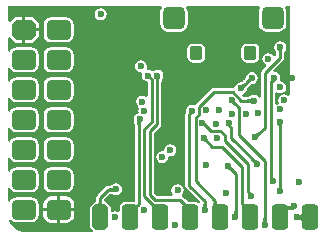
<source format=gbr>
%TF.GenerationSoftware,Altium Limited,Altium Designer,21.2.2 (38)*%
G04 Layer_Physical_Order=4*
G04 Layer_Color=16711680*
%FSLAX45Y45*%
%MOMM*%
%TF.SameCoordinates,9B882A86-BDC0-4CB1-B03D-B9E00FC7DE04*%
%TF.FilePolarity,Positive*%
%TF.FileFunction,Copper,L4,Bot,Signal*%
%TF.Part,Single*%
G01*
G75*
%TA.AperFunction,SMDPad,CuDef*%
G04:AMPARAMS|DCode=14|XSize=1.4mm|YSize=2.2mm|CornerRadius=0.35mm|HoleSize=0mm|Usage=FLASHONLY|Rotation=0.000|XOffset=0mm|YOffset=0mm|HoleType=Round|Shape=RoundedRectangle|*
%AMROUNDEDRECTD14*
21,1,1.40000,1.50000,0,0,0.0*
21,1,0.70000,2.20000,0,0,0.0*
1,1,0.70000,0.35000,-0.75000*
1,1,0.70000,-0.35000,-0.75000*
1,1,0.70000,-0.35000,0.75000*
1,1,0.70000,0.35000,0.75000*
%
%ADD14ROUNDEDRECTD14*%
%TA.AperFunction,Conductor*%
%ADD22C,0.40000*%
%ADD23C,0.25000*%
%TA.AperFunction,ComponentPad*%
G04:AMPARAMS|DCode=25|XSize=1.9mm|YSize=1.9mm|CornerRadius=0.475mm|HoleSize=0mm|Usage=FLASHONLY|Rotation=180.000|XOffset=0mm|YOffset=0mm|HoleType=Round|Shape=RoundedRectangle|*
%AMROUNDEDRECTD25*
21,1,1.90000,0.95000,0,0,180.0*
21,1,0.95000,1.90000,0,0,180.0*
1,1,0.95000,-0.47500,0.47500*
1,1,0.95000,0.47500,0.47500*
1,1,0.95000,0.47500,-0.47500*
1,1,0.95000,-0.47500,-0.47500*
%
%ADD25ROUNDEDRECTD25*%
G04:AMPARAMS|DCode=26|XSize=1.1mm|YSize=1.2mm|CornerRadius=0.275mm|HoleSize=0mm|Usage=FLASHONLY|Rotation=180.000|XOffset=0mm|YOffset=0mm|HoleType=Round|Shape=RoundedRectangle|*
%AMROUNDEDRECTD26*
21,1,1.10000,0.65000,0,0,180.0*
21,1,0.55000,1.20000,0,0,180.0*
1,1,0.55000,-0.27500,0.32500*
1,1,0.55000,0.27500,0.32500*
1,1,0.55000,0.27500,-0.32500*
1,1,0.55000,-0.27500,-0.32500*
%
%ADD26ROUNDEDRECTD26*%
G04:AMPARAMS|DCode=27|XSize=1.7mm|YSize=2.1mm|CornerRadius=0mm|HoleSize=0mm|Usage=FLASHONLY|Rotation=270.000|XOffset=0mm|YOffset=0mm|HoleType=Round|Shape=Octagon|*
%AMOCTAGOND27*
4,1,8,1.05000,0.42500,1.05000,-0.42500,0.62500,-0.85000,-0.62500,-0.85000,-1.05000,-0.42500,-1.05000,0.42500,-0.62500,0.85000,0.62500,0.85000,1.05000,0.42500,0.0*
%
%ADD27OCTAGOND27*%

G04:AMPARAMS|DCode=28|XSize=1.7mm|YSize=2.1mm|CornerRadius=0.425mm|HoleSize=0mm|Usage=FLASHONLY|Rotation=270.000|XOffset=0mm|YOffset=0mm|HoleType=Round|Shape=RoundedRectangle|*
%AMROUNDEDRECTD28*
21,1,1.70000,1.25001,0,0,270.0*
21,1,0.85000,2.10000,0,0,270.0*
1,1,0.85000,-0.62500,-0.42500*
1,1,0.85000,-0.62500,0.42500*
1,1,0.85000,0.62500,0.42500*
1,1,0.85000,0.62500,-0.42500*
%
%ADD28ROUNDEDRECTD28*%
%TA.AperFunction,ViaPad*%
%ADD29C,0.60000*%
%TA.AperFunction,SMDPad,CuDef*%
G04:AMPARAMS|DCode=31|XSize=1.4mm|YSize=2.2mm|CornerRadius=0mm|HoleSize=0mm|Usage=FLASHONLY|Rotation=0.000|XOffset=0mm|YOffset=0mm|HoleType=Round|Shape=Octagon|*
%AMOCTAGOND31*
4,1,8,-0.35000,1.10000,0.35000,1.10000,0.70000,0.75000,0.70000,-0.75000,0.35000,-1.10000,-0.35000,-1.10000,-0.70000,-0.75000,-0.70000,0.75000,-0.35000,1.10000,0.0*
%
%ADD31OCTAGOND31*%

G36*
X2430000Y1206545D02*
X2415000Y1199647D01*
X2403776Y1207147D01*
X2384267Y1211027D01*
X2364758Y1207147D01*
X2348219Y1196096D01*
X2337168Y1179557D01*
X2333287Y1160048D01*
X2337168Y1140539D01*
X2334349Y1133735D01*
X2328435Y1132558D01*
X2318137Y1125677D01*
X2303137Y1133343D01*
Y1221862D01*
X2318137Y1229880D01*
X2327991Y1223296D01*
X2347500Y1219415D01*
X2367009Y1223296D01*
X2383548Y1234347D01*
X2394599Y1250886D01*
X2398480Y1270395D01*
X2394599Y1289904D01*
X2383548Y1306443D01*
X2367009Y1317494D01*
X2357693Y1319347D01*
X2347841Y1329711D01*
X2348073Y1335390D01*
X2350980Y1350000D01*
X2347099Y1369509D01*
X2336048Y1386048D01*
X2319509Y1397099D01*
X2300000Y1400980D01*
X2298820Y1400745D01*
X2291431Y1414569D01*
X2373431Y1496569D01*
X2380614Y1507320D01*
X2383137Y1520000D01*
Y1550054D01*
X2384145Y1552383D01*
X2384221Y1557091D01*
X2384803Y1565200D01*
X2385201Y1567988D01*
X2385694Y1570418D01*
X2386191Y1572223D01*
X2386612Y1573369D01*
X2386798Y1573752D01*
X2387340Y1574376D01*
X2387507Y1574874D01*
X2387581Y1574989D01*
X2387623Y1575223D01*
X2388351Y1577398D01*
X2397099Y1590491D01*
X2400980Y1610000D01*
X2397099Y1629509D01*
X2386048Y1646048D01*
X2369509Y1657099D01*
X2350000Y1660980D01*
X2330491Y1657099D01*
X2313952Y1646048D01*
X2302901Y1629509D01*
X2299021Y1610000D01*
X2302901Y1590491D01*
X2311649Y1577398D01*
X2312377Y1575222D01*
X2312420Y1574989D01*
X2312493Y1574875D01*
X2312660Y1574376D01*
X2313202Y1573752D01*
X2313388Y1573370D01*
X2313809Y1572223D01*
X2314307Y1570418D01*
X2314799Y1567988D01*
X2315198Y1565200D01*
X2315780Y1557091D01*
X2315855Y1552383D01*
X2316864Y1550054D01*
Y1541685D01*
X2308549Y1534971D01*
X2291408Y1538026D01*
X2286048Y1546048D01*
X2269509Y1557099D01*
X2250000Y1560980D01*
X2230491Y1557099D01*
X2213952Y1546048D01*
X2202901Y1529509D01*
X2199020Y1510000D01*
X2202901Y1490491D01*
X2213952Y1473952D01*
X2227095Y1465170D01*
X2231674Y1448536D01*
X2196569Y1413431D01*
X2189386Y1402681D01*
X2186863Y1390000D01*
Y1187664D01*
X2171863Y1183114D01*
X2164222Y1194549D01*
X2147684Y1205600D01*
X2128175Y1209481D01*
X2108666Y1205600D01*
X2095573Y1196852D01*
X2093397Y1196124D01*
X2093164Y1196082D01*
X2093049Y1196008D01*
X2092550Y1195841D01*
X2091927Y1195299D01*
X2091544Y1195113D01*
X2090398Y1194692D01*
X2088592Y1194195D01*
X2086162Y1193703D01*
X2083375Y1193304D01*
X2075266Y1192722D01*
X2070557Y1192647D01*
X2068228Y1191638D01*
X2036973D01*
X2027182Y1203307D01*
X2031275Y1216800D01*
X2037474Y1218033D01*
X2054013Y1229084D01*
X2065064Y1245623D01*
X2067159Y1256156D01*
X2069294Y1259718D01*
X2069450Y1260767D01*
X2069487Y1260895D01*
X2069798Y1261669D01*
X2070474Y1262994D01*
X2071562Y1264789D01*
X2072810Y1266590D01*
X2080523Y1275725D01*
X2083693Y1278988D01*
X2084634Y1281356D01*
X2087765Y1284487D01*
X2089642Y1285067D01*
X2089953Y1285655D01*
X2090576Y1285888D01*
X2097561Y1292391D01*
X2100085Y1294450D01*
X2102428Y1296163D01*
X2104359Y1297393D01*
X2105798Y1298163D01*
X2106577Y1298490D01*
X2107009Y1298487D01*
X2107465Y1298672D01*
X2107986Y1298751D01*
X2108650Y1299153D01*
X2108876Y1299244D01*
X2110000Y1299021D01*
X2129509Y1302901D01*
X2146048Y1313952D01*
X2157099Y1330491D01*
X2160980Y1350000D01*
X2157099Y1369509D01*
X2146048Y1386048D01*
X2129509Y1397099D01*
X2110000Y1400980D01*
X2090491Y1397099D01*
X2073952Y1386048D01*
X2062901Y1369509D01*
X2060806Y1358977D01*
X2058671Y1355416D01*
X2058514Y1354365D01*
X2058479Y1354239D01*
X2058167Y1353464D01*
X2057491Y1352139D01*
X2056405Y1350347D01*
X2055154Y1348542D01*
X2047441Y1339408D01*
X2044271Y1336144D01*
X2043330Y1333777D01*
X2040199Y1330645D01*
X2038322Y1330065D01*
X2038011Y1329477D01*
X2037388Y1329245D01*
X2030403Y1322742D01*
X2027880Y1320682D01*
X2025536Y1318970D01*
X2023605Y1317739D01*
X2022167Y1316970D01*
X2021388Y1316643D01*
X2020955Y1316646D01*
X2020500Y1316461D01*
X2019978Y1316381D01*
X2019314Y1315980D01*
X2019089Y1315888D01*
X2017965Y1316112D01*
X1998456Y1312231D01*
X1981917Y1301180D01*
X1970866Y1284641D01*
X1969000Y1275262D01*
X1966751Y1272164D01*
X1953074Y1264605D01*
X1952748Y1264593D01*
X1947500Y1265637D01*
X1788683D01*
X1776002Y1263114D01*
X1765252Y1255931D01*
X1639122Y1129801D01*
X1631939Y1119052D01*
X1624562Y1121221D01*
X1605053Y1125101D01*
X1585544Y1121221D01*
X1569005Y1110169D01*
X1557954Y1093631D01*
X1554074Y1074122D01*
X1555982Y1064529D01*
X1549386Y1054658D01*
X1546863Y1041977D01*
Y440000D01*
X1549386Y427319D01*
X1556569Y416569D01*
X1669811Y303327D01*
X1669458Y297898D01*
X1659077Y291778D01*
X1652323Y291555D01*
X1644460Y296809D01*
X1623000Y301077D01*
X1581320D01*
X1578870Y301931D01*
X1573398Y304606D01*
X1566849Y308603D01*
X1559593Y313799D01*
X1541855Y328911D01*
X1532042Y338390D01*
X1529689Y339318D01*
X1525576Y343431D01*
X1518956Y347855D01*
X1516476Y361587D01*
X1517058Y365464D01*
X1527099Y380491D01*
X1530980Y400000D01*
X1527099Y419509D01*
X1516048Y436048D01*
X1499509Y447099D01*
X1480000Y450980D01*
X1460491Y447099D01*
X1443952Y436048D01*
X1432901Y419509D01*
X1429021Y400000D01*
X1432901Y380491D01*
X1441156Y368137D01*
X1435194Y353137D01*
X1303726D01*
X1283137Y373725D01*
Y886275D01*
X1333431Y936569D01*
X1340614Y947319D01*
X1343137Y960000D01*
Y1310053D01*
X1344145Y1312381D01*
X1344220Y1317091D01*
X1344802Y1325200D01*
X1345201Y1327988D01*
X1345694Y1330418D01*
X1346191Y1332223D01*
X1346612Y1333369D01*
X1346798Y1333752D01*
X1347340Y1334376D01*
X1347506Y1334874D01*
X1347580Y1334989D01*
X1347623Y1335223D01*
X1348351Y1337398D01*
X1357099Y1350491D01*
X1360979Y1370000D01*
X1357099Y1389509D01*
X1346048Y1406048D01*
X1329509Y1417099D01*
X1310000Y1420980D01*
X1290491Y1417099D01*
X1280957Y1410728D01*
X1266045Y1406045D01*
X1249507Y1417096D01*
X1229998Y1420977D01*
X1228596Y1420698D01*
X1224253Y1424397D01*
X1217765Y1433838D01*
X1220980Y1450000D01*
X1217099Y1469509D01*
X1206048Y1486048D01*
X1189509Y1497099D01*
X1170000Y1500979D01*
X1150491Y1497099D01*
X1133952Y1486048D01*
X1122901Y1469509D01*
X1119020Y1450000D01*
X1122901Y1430491D01*
X1133952Y1413952D01*
X1150491Y1402901D01*
X1170000Y1399020D01*
X1171402Y1399299D01*
X1175744Y1395600D01*
X1182233Y1386160D01*
X1179018Y1369997D01*
X1182899Y1350488D01*
X1193950Y1333949D01*
X1210489Y1322898D01*
X1226863Y1319641D01*
Y1194806D01*
X1211863Y1188844D01*
X1199509Y1197099D01*
X1180000Y1200980D01*
X1160491Y1197099D01*
X1143952Y1186048D01*
X1132901Y1169509D01*
X1129020Y1150000D01*
X1132901Y1130491D01*
X1143952Y1113952D01*
X1148958Y1110607D01*
X1153356Y1090190D01*
X1152901Y1089509D01*
X1149020Y1070000D01*
X1150151Y1064315D01*
X1140491Y1047099D01*
X1123952Y1036048D01*
X1112901Y1019509D01*
X1109020Y1000000D01*
X1112901Y980491D01*
X1113593Y979456D01*
X1113625Y978015D01*
X1113599Y977698D01*
X1113635Y977584D01*
X1113641Y977300D01*
X1113948Y976604D01*
X1114034Y976337D01*
X1114308Y975181D01*
X1114522Y973974D01*
X1115817Y954777D01*
X1115852Y949996D01*
X1116863Y947606D01*
Y302607D01*
X1115000Y301077D01*
X1045000D01*
X1023540Y296809D01*
X1005347Y284653D01*
X993192Y266460D01*
X988923Y245000D01*
Y222167D01*
X973923Y214150D01*
X969509Y217099D01*
X950000Y220979D01*
X931000Y217200D01*
X928321Y216858D01*
X916000Y224988D01*
Y255000D01*
X878918Y292081D01*
X878807Y292350D01*
X878539Y292461D01*
X871000Y300000D01*
X864169D01*
X863151Y302622D01*
X861974Y307226D01*
X861006Y313340D01*
X860375Y320867D01*
X860311Y323449D01*
X906150Y369288D01*
X906435Y369162D01*
X916222Y368930D01*
X919778Y368695D01*
X926555Y367884D01*
X928726Y367471D01*
X930534Y367019D01*
X931715Y366634D01*
X932220Y366419D01*
X933279Y365830D01*
X936698Y365435D01*
X940491Y362901D01*
X960000Y359020D01*
X979509Y362901D01*
X996048Y373952D01*
X1007099Y390491D01*
X1010980Y410000D01*
X1007099Y429509D01*
X996048Y446048D01*
X979509Y457099D01*
X960000Y460980D01*
X940491Y457099D01*
X923952Y446048D01*
X920324Y440619D01*
X920006Y440433D01*
X919403Y440323D01*
X919010Y440070D01*
X918507Y439891D01*
X918092Y439518D01*
X917958Y439455D01*
X916811Y439061D01*
X914901Y438590D01*
X912548Y438187D01*
X904796Y437533D01*
X900166Y437447D01*
X897856Y436440D01*
X897572D01*
X895214Y436779D01*
X894761Y436440D01*
X893303D01*
X880623Y433917D01*
X869872Y426734D01*
X802569Y359431D01*
X795386Y348681D01*
X792864Y336000D01*
Y332499D01*
X791859Y330236D01*
X791625Y320870D01*
X790994Y313338D01*
X790026Y307226D01*
X788849Y302622D01*
X787831Y300000D01*
X781000D01*
X773462Y292461D01*
X773193Y292350D01*
X773082Y292081D01*
X736000Y255000D01*
Y85000D01*
X763198Y57802D01*
X757458Y43944D01*
X200000D01*
X199453Y43836D01*
X159563Y49087D01*
X121882Y64695D01*
X89524Y89524D01*
X64695Y121882D01*
X52544Y151217D01*
X65837Y158323D01*
X72440Y148440D01*
X93114Y134626D01*
X117500Y129776D01*
X242500D01*
X266887Y134626D01*
X287560Y148440D01*
X301374Y169114D01*
X306225Y193500D01*
Y278500D01*
X301374Y302886D01*
X287560Y323560D01*
X266887Y337374D01*
X242500Y342224D01*
X117500D01*
X93114Y337374D01*
X72440Y323560D01*
X58944Y303362D01*
X57655Y303083D01*
X43944Y305857D01*
Y420143D01*
X57655Y422917D01*
X58944Y422638D01*
X72440Y402440D01*
X93114Y388626D01*
X117500Y383776D01*
X242500D01*
X266887Y388626D01*
X287560Y402440D01*
X301374Y423114D01*
X306225Y447500D01*
Y532500D01*
X301374Y556886D01*
X287560Y577560D01*
X266887Y591374D01*
X242500Y596224D01*
X117500D01*
X93114Y591374D01*
X72440Y577560D01*
X58944Y557362D01*
X57655Y557083D01*
X43944Y559857D01*
Y674143D01*
X57655Y676917D01*
X58944Y676638D01*
X72440Y656440D01*
X93114Y642626D01*
X117500Y637776D01*
X242500D01*
X266887Y642626D01*
X287560Y656440D01*
X301374Y677114D01*
X306225Y701500D01*
Y786500D01*
X301374Y810886D01*
X287560Y831560D01*
X266887Y845374D01*
X242500Y850224D01*
X117500D01*
X93114Y845374D01*
X72440Y831560D01*
X58944Y811362D01*
X57655Y811083D01*
X43944Y813857D01*
Y928143D01*
X57655Y930917D01*
X58944Y930638D01*
X72440Y910440D01*
X93114Y896626D01*
X117500Y891776D01*
X242500D01*
X266887Y896626D01*
X287560Y910440D01*
X301374Y931114D01*
X306225Y955500D01*
Y1040500D01*
X301374Y1064886D01*
X287560Y1085560D01*
X266887Y1099374D01*
X242500Y1104224D01*
X117500D01*
X93114Y1099374D01*
X72440Y1085560D01*
X58944Y1065362D01*
X57655Y1065083D01*
X43944Y1067857D01*
Y1182143D01*
X57655Y1184917D01*
X58944Y1184638D01*
X72440Y1164440D01*
X93114Y1150626D01*
X117500Y1145776D01*
X242500D01*
X266887Y1150626D01*
X287560Y1164440D01*
X301374Y1185114D01*
X306225Y1209500D01*
Y1294500D01*
X301374Y1318886D01*
X287560Y1339560D01*
X266887Y1353374D01*
X242500Y1358224D01*
X117500D01*
X93114Y1353374D01*
X72440Y1339560D01*
X58944Y1319362D01*
X57655Y1319083D01*
X43944Y1321857D01*
Y1436143D01*
X57655Y1438917D01*
X58944Y1438638D01*
X72440Y1418440D01*
X93114Y1404626D01*
X117500Y1399776D01*
X242500D01*
X266887Y1404626D01*
X287560Y1418440D01*
X301374Y1439114D01*
X306225Y1463500D01*
Y1548500D01*
X301374Y1572886D01*
X287560Y1593560D01*
X266887Y1607374D01*
X242500Y1612224D01*
X117500D01*
X93114Y1607374D01*
X72440Y1593560D01*
X58944Y1573362D01*
X57655Y1573083D01*
X43944Y1575857D01*
Y1689243D01*
X58944Y1695456D01*
X104800Y1649600D01*
X167300D01*
Y1760000D01*
Y1870400D01*
X104800D01*
X58944Y1824544D01*
X43944Y1830757D01*
Y1956056D01*
X1337853D01*
X1344924Y1942827D01*
X1338917Y1933837D01*
X1333678Y1907500D01*
Y1812500D01*
X1338917Y1786163D01*
X1353835Y1763836D01*
X1376163Y1748917D01*
X1402500Y1743678D01*
X1497500D01*
X1523837Y1748917D01*
X1546164Y1763836D01*
X1561083Y1786163D01*
X1566322Y1812500D01*
Y1907500D01*
X1561083Y1933837D01*
X1555076Y1942827D01*
X1562147Y1956056D01*
X2172853D01*
X2179924Y1942827D01*
X2173917Y1933837D01*
X2168678Y1907500D01*
Y1812500D01*
X2173917Y1786163D01*
X2188836Y1763836D01*
X2211163Y1748917D01*
X2237500Y1743678D01*
X2332500D01*
X2358837Y1748917D01*
X2381164Y1763836D01*
X2396083Y1786163D01*
X2401322Y1812500D01*
Y1907500D01*
X2396083Y1933837D01*
X2390076Y1942827D01*
X2397147Y1956056D01*
X2430000D01*
Y1206545D01*
D02*
G37*
G36*
X2369385Y1586718D02*
X2367940Y1584476D01*
X2366665Y1581850D01*
X2365560Y1578841D01*
X2364625Y1575448D01*
X2363860Y1571671D01*
X2363265Y1567511D01*
X2362585Y1558040D01*
X2362500Y1552728D01*
X2337500D01*
X2337415Y1558040D01*
X2336735Y1567511D01*
X2336140Y1571671D01*
X2335375Y1575448D01*
X2334440Y1578841D01*
X2333335Y1581850D01*
X2332060Y1584476D01*
X2330615Y1586718D01*
X2329000Y1588576D01*
X2371000D01*
X2369385Y1586718D01*
D02*
G37*
G36*
X2107167Y1320134D02*
X2104726Y1320152D01*
X2102131Y1319757D01*
X2099383Y1318949D01*
X2096479Y1317728D01*
X2093422Y1316094D01*
X2090211Y1314047D01*
X2086846Y1311588D01*
X2083326Y1308715D01*
X2075825Y1301732D01*
X2059799Y1321061D01*
X2063495Y1324866D01*
X2072359Y1335363D01*
X2074573Y1338557D01*
X2076416Y1341598D01*
X2077889Y1344487D01*
X2078991Y1347222D01*
X2079723Y1349805D01*
X2080083Y1352236D01*
X2107167Y1320134D01*
D02*
G37*
G36*
X1329385Y1346718D02*
X1327940Y1344476D01*
X1326665Y1341850D01*
X1325560Y1338841D01*
X1324625Y1335448D01*
X1323860Y1331671D01*
X1323265Y1327511D01*
X1322585Y1318040D01*
X1322500Y1312728D01*
X1297500D01*
X1297415Y1318040D01*
X1296735Y1327511D01*
X1296140Y1331671D01*
X1295375Y1335448D01*
X1294440Y1338841D01*
X1293335Y1341850D01*
X1292060Y1344476D01*
X1290615Y1346718D01*
X1289000Y1348576D01*
X1331000D01*
X1329385Y1346718D01*
D02*
G37*
G36*
X2297665Y1320091D02*
X2297406Y1319913D01*
X2296786Y1319365D01*
X2282345Y1305192D01*
X2278839Y1301691D01*
X2261161Y1319368D01*
X2263789Y1322021D01*
X2273325Y1332799D01*
X2273876Y1333739D01*
X2274130Y1334432D01*
X2274088Y1334882D01*
X2297665Y1320091D01*
D02*
G37*
G36*
X2068166Y1294072D02*
X2064470Y1290268D01*
X2055606Y1279770D01*
X2053392Y1276576D01*
X2051549Y1273535D01*
X2050076Y1270646D01*
X2048974Y1267911D01*
X2048242Y1265328D01*
X2047881Y1262898D01*
X2020797Y1294998D01*
X2023238Y1294980D01*
X2025833Y1295376D01*
X2028582Y1296184D01*
X2031485Y1297405D01*
X2034542Y1299039D01*
X2037753Y1301085D01*
X2041119Y1303545D01*
X2044638Y1306417D01*
X2052139Y1313401D01*
X2068166Y1294072D01*
D02*
G37*
G36*
X2106750Y1137501D02*
X2104892Y1139116D01*
X2102650Y1140561D01*
X2100025Y1141836D01*
X2097016Y1142941D01*
X2093623Y1143876D01*
X2089846Y1144641D01*
X2085686Y1145236D01*
X2076214Y1145916D01*
X2070903Y1146001D01*
Y1171001D01*
X2076214Y1171086D01*
X2085686Y1171766D01*
X2089846Y1172361D01*
X2093623Y1173126D01*
X2097016Y1174061D01*
X2100025Y1175166D01*
X2102650Y1176441D01*
X2104892Y1177886D01*
X2106750Y1179501D01*
Y1137501D01*
D02*
G37*
G36*
X1968076Y1159021D02*
X1968702Y1156419D01*
X1969711Y1153665D01*
X1971104Y1150760D01*
X1972881Y1147704D01*
X1975041Y1144497D01*
X1977585Y1141139D01*
X1983825Y1133969D01*
X1987520Y1130157D01*
X1970446Y1111876D01*
X1966626Y1115572D01*
X1959441Y1121766D01*
X1956076Y1124265D01*
X1952863Y1126364D01*
X1949801Y1128063D01*
X1946891Y1129363D01*
X1944133Y1130264D01*
X1941527Y1130765D01*
X1939072Y1130867D01*
X1967835Y1161473D01*
X1968076Y1159021D01*
D02*
G37*
G36*
X1172658Y972801D02*
X1170728Y971623D01*
X1169001Y969981D01*
X1167477Y967873D01*
X1166157Y965301D01*
X1165039Y962264D01*
X1164125Y958761D01*
X1163414Y954794D01*
X1162906Y950363D01*
X1162500Y940105D01*
X1137500Y950157D01*
X1137459Y955587D01*
X1136042Y976597D01*
X1135515Y979571D01*
X1134907Y982135D01*
X1134218Y984290D01*
X1133449Y986035D01*
X1172658Y972801D01*
D02*
G37*
G36*
X1719986Y975169D02*
X1720912Y972674D01*
X1722185Y970017D01*
X1723804Y967197D01*
X1725771Y964214D01*
X1730746Y957762D01*
X1733754Y954293D01*
X1740812Y946866D01*
X1726865Y925457D01*
X1723023Y929162D01*
X1715828Y935256D01*
X1712475Y937646D01*
X1709285Y939597D01*
X1706258Y941109D01*
X1703394Y942184D01*
X1700694Y942820D01*
X1698156Y943017D01*
X1695782Y942777D01*
X1719408Y977501D01*
X1719986Y975169D01*
D02*
G37*
G36*
X2369117Y953601D02*
X2367683Y951349D01*
X2366417Y948715D01*
X2365320Y945699D01*
X2364392Y942300D01*
X2363633Y938519D01*
X2363042Y934355D01*
X2362367Y924881D01*
X2362283Y919571D01*
X2337283Y919372D01*
X2337197Y924684D01*
X2336512Y934153D01*
X2335913Y938310D01*
X2335143Y942082D01*
X2334201Y945469D01*
X2333088Y948471D01*
X2331804Y951088D01*
X2330348Y953320D01*
X2328722Y955166D01*
X2370720Y955470D01*
X2369117Y953601D01*
D02*
G37*
G36*
X2189336Y881658D02*
X2185641Y877843D01*
X2179424Y870665D01*
X2176903Y867302D01*
X2174773Y864090D01*
X2173035Y861030D01*
X2171689Y858121D01*
X2170734Y855363D01*
X2170170Y852756D01*
X2169998Y850300D01*
X2140300Y879998D01*
X2142756Y880170D01*
X2145363Y880734D01*
X2148121Y881689D01*
X2151030Y883035D01*
X2154090Y884773D01*
X2157302Y886903D01*
X2160664Y889424D01*
X2167843Y895641D01*
X2171658Y899336D01*
X2189336Y881658D01*
D02*
G37*
G36*
X1732330Y841150D02*
X1732893Y838543D01*
X1733848Y835785D01*
X1735195Y832875D01*
X1736933Y829815D01*
X1739063Y826604D01*
X1741584Y823241D01*
X1747800Y816063D01*
X1751496Y812247D01*
X1733818Y794570D01*
X1730002Y798265D01*
X1722824Y804482D01*
X1719462Y807003D01*
X1716250Y809132D01*
X1713190Y810870D01*
X1710281Y812217D01*
X1707523Y813172D01*
X1704916Y813735D01*
X1702460Y813907D01*
X1732158Y843606D01*
X1732330Y841150D01*
D02*
G37*
G36*
X2123061Y671298D02*
X2133572Y662468D01*
X2136773Y660276D01*
X2139821Y658461D01*
X2142718Y657022D01*
X2145463Y655958D01*
X2148056Y655271D01*
X2150498Y654959D01*
X2119013Y627162D01*
X2118980Y629610D01*
X2118541Y632212D01*
X2117694Y634966D01*
X2116440Y637873D01*
X2114779Y640933D01*
X2112711Y644146D01*
X2110235Y647512D01*
X2104062Y654702D01*
X2100365Y658526D01*
X2119253Y674993D01*
X2123061Y671298D01*
D02*
G37*
G36*
X1935703Y604334D02*
X1936338Y601732D01*
X1937355Y598979D01*
X1938755Y596075D01*
X1940538Y593020D01*
X1942703Y589814D01*
X1945250Y586457D01*
X1951493Y579288D01*
X1955188Y575477D01*
X1938206Y557105D01*
X1934385Y560801D01*
X1927199Y566992D01*
X1923834Y569487D01*
X1920621Y571581D01*
X1917559Y573275D01*
X1914649Y574568D01*
X1911892Y575460D01*
X1909286Y575952D01*
X1906832Y576044D01*
X1935451Y606784D01*
X1935703Y604334D01*
D02*
G37*
G36*
X2362369Y442058D02*
X2363053Y432589D01*
X2363653Y428432D01*
X2364423Y424660D01*
X2365365Y421273D01*
X2366478Y418271D01*
X2367762Y415654D01*
X2369218Y413422D01*
X2370844Y411576D01*
X2328846Y411272D01*
X2330449Y413141D01*
X2331883Y415393D01*
X2333149Y418027D01*
X2334246Y421043D01*
X2335174Y424442D01*
X2335933Y428223D01*
X2336524Y432386D01*
X2337199Y441860D01*
X2337283Y447171D01*
X2362283Y447370D01*
X2362369Y442058D01*
D02*
G37*
G36*
X943804Y384748D02*
X941736Y385898D01*
X939308Y386928D01*
X936521Y387836D01*
X933375Y388623D01*
X929869Y389289D01*
X921778Y390258D01*
X917194Y390561D01*
X906946Y390803D01*
X900567Y415803D01*
X905909Y415902D01*
X915290Y416693D01*
X919328Y417385D01*
X922931Y418274D01*
X926100Y419362D01*
X928834Y420647D01*
X931134Y422129D01*
X932999Y423810D01*
X934429Y425687D01*
X943804Y384748D01*
D02*
G37*
G36*
X838750Y319691D02*
X839500Y310740D01*
X840750Y302842D01*
X842500Y295998D01*
X844750Y290206D01*
X847500Y285467D01*
X850750Y281782D01*
X854500Y279149D01*
X858750Y277569D01*
X863500Y277043D01*
X788500D01*
X793250Y277569D01*
X797500Y279149D01*
X801250Y281782D01*
X804500Y285467D01*
X807250Y290206D01*
X809500Y295998D01*
X811250Y302842D01*
X812500Y310740D01*
X813250Y319691D01*
X813500Y329695D01*
X838500D01*
X838750Y319691D01*
D02*
G37*
G36*
X2445984Y266130D02*
X2446845Y266110D01*
Y264575D01*
X2459379Y241943D01*
X2446845Y241708D01*
Y241110D01*
X2441083Y241025D01*
X2431590Y240346D01*
X2427859Y239752D01*
X2424805Y238988D01*
X2422428Y238054D01*
X2420728Y236951D01*
X2419705Y235678D01*
X2419359Y234235D01*
X2419690Y232622D01*
X2416332Y241137D01*
X2414873Y241110D01*
X2413576Y248127D01*
X2403234Y274357D01*
X2404256Y272790D01*
X2406019Y271388D01*
X2408525Y270151D01*
X2411773Y269079D01*
X2415763Y268172D01*
X2420495Y267429D01*
X2425154Y267035D01*
X2428726Y267674D01*
X2432023Y268554D01*
X2434791Y269629D01*
X2437032Y270899D01*
X2438744Y272365D01*
X2439928Y274027D01*
X2440583Y275884D01*
X2445984Y266130D01*
D02*
G37*
G36*
X1811010Y304739D02*
X1811976Y293448D01*
X1812820Y289029D01*
X1813905Y285428D01*
X1815232Y282645D01*
X1816800Y280680D01*
X1818610Y279532D01*
X1820660Y279202D01*
X1822952Y279690D01*
X1776694Y262497D01*
X1778441Y265146D01*
X1780005Y268297D01*
X1781384Y271951D01*
X1782579Y276108D01*
X1783591Y280768D01*
X1784419Y285931D01*
X1785522Y297765D01*
X1785890Y311611D01*
X1810890D01*
X1811010Y304739D01*
D02*
G37*
G36*
X1722585Y281960D02*
X1723265Y272489D01*
X1723860Y268329D01*
X1724625Y264552D01*
X1725560Y261159D01*
X1726665Y258150D01*
X1727940Y255524D01*
X1729385Y253282D01*
X1731000Y251424D01*
X1689000D01*
X1690615Y253282D01*
X1692060Y255524D01*
X1693335Y258150D01*
X1694440Y261159D01*
X1695375Y264552D01*
X1696140Y268329D01*
X1696735Y272489D01*
X1697415Y281960D01*
X1697500Y287272D01*
X1722500D01*
X1722585Y281960D01*
D02*
G37*
G36*
X1527301Y312871D02*
X1546246Y296731D01*
X1554891Y290539D01*
X1562985Y285600D01*
X1570528Y281913D01*
X1577519Y279478D01*
X1583958Y278296D01*
X1589846Y278367D01*
X1595183Y279690D01*
X1519018Y250356D01*
X1523354Y252688D01*
X1526227Y255781D01*
X1527638Y259634D01*
X1527586Y264248D01*
X1526071Y269623D01*
X1523094Y275758D01*
X1518654Y282655D01*
X1512752Y290312D01*
X1505387Y298729D01*
X1496559Y307908D01*
X1517002Y322820D01*
X1527301Y312871D01*
D02*
G37*
G36*
X1263468Y304560D02*
X1280929Y289903D01*
X1288755Y284531D01*
X1295977Y280463D01*
X1302596Y277700D01*
X1308612Y276241D01*
X1314024Y276086D01*
X1318833Y277236D01*
X1323038Y279690D01*
X1264310Y232961D01*
X1267519Y236412D01*
X1269337Y240553D01*
X1269765Y245382D01*
X1268803Y250901D01*
X1266450Y257110D01*
X1262707Y264008D01*
X1257573Y271595D01*
X1251049Y279871D01*
X1243135Y288837D01*
X1233830Y298493D01*
X1253833Y313845D01*
X1263468Y304560D01*
D02*
G37*
G36*
X1985000Y225981D02*
X1985077Y220677D01*
X1986234Y206987D01*
X1986928Y203163D01*
X1987776Y199711D01*
X1988779Y196627D01*
X1989936Y193915D01*
X1991247Y191572D01*
X1992712Y189600D01*
X1950858Y193099D01*
X1952595Y194815D01*
X1954150Y196931D01*
X1955521Y199448D01*
X1956709Y202365D01*
X1957715Y205683D01*
X1958537Y209402D01*
X1959177Y213522D01*
X1959634Y218042D01*
X1960000Y228284D01*
X1985000Y225981D01*
D02*
G37*
G36*
X2534310Y190047D02*
X2542361Y190000D01*
Y150000D01*
X2534310Y149740D01*
Y136996D01*
X2533867Y139467D01*
X2532538Y141677D01*
X2530323Y143628D01*
X2527221Y145318D01*
X2523233Y146749D01*
X2518359Y147919D01*
X2512598Y148830D01*
X2505952Y149480D01*
X2490000Y150000D01*
Y190000D01*
X2498419Y190130D01*
X2512598Y191170D01*
X2518359Y192081D01*
X2523233Y193251D01*
X2527221Y194681D01*
X2530323Y196372D01*
X2532538Y198322D01*
X2533867Y200533D01*
X2534310Y203004D01*
Y190047D01*
D02*
G37*
G36*
X2232585Y161960D02*
X2233265Y152489D01*
X2233860Y148329D01*
X2234625Y144552D01*
X2235560Y141159D01*
X2236665Y138150D01*
X2237940Y135524D01*
X2239385Y133282D01*
X2241000Y131424D01*
X2199000D01*
X2200615Y133282D01*
X2202060Y135524D01*
X2203335Y138150D01*
X2204440Y141159D01*
X2205375Y144552D01*
X2206140Y148329D01*
X2206735Y152489D01*
X2207415Y161960D01*
X2207500Y167272D01*
X2232500D01*
X2232585Y161960D01*
D02*
G37*
%LPC*%
G36*
X830000Y1940980D02*
X810491Y1937099D01*
X793952Y1926048D01*
X782901Y1909509D01*
X779021Y1890000D01*
X782901Y1870491D01*
X793952Y1853952D01*
X810491Y1842901D01*
X830000Y1839020D01*
X849509Y1842901D01*
X866048Y1853952D01*
X877099Y1870491D01*
X880980Y1890000D01*
X877099Y1909509D01*
X866048Y1926048D01*
X849509Y1937099D01*
X830000Y1940980D01*
D02*
G37*
G36*
X255200Y1870400D02*
X192700D01*
Y1772700D01*
X310400D01*
Y1815200D01*
X255200Y1870400D01*
D02*
G37*
G36*
X536500Y1866224D02*
X411500D01*
X387114Y1861374D01*
X366440Y1847560D01*
X352626Y1826886D01*
X347776Y1802500D01*
Y1717500D01*
X352626Y1693114D01*
X366440Y1672440D01*
X387114Y1658626D01*
X411500Y1653776D01*
X536500D01*
X560887Y1658626D01*
X581560Y1672440D01*
X595374Y1693114D01*
X600225Y1717500D01*
Y1802500D01*
X595374Y1826886D01*
X581560Y1847560D01*
X560887Y1861374D01*
X536500Y1866224D01*
D02*
G37*
G36*
X310400Y1747300D02*
X192700D01*
Y1649600D01*
X255200D01*
X310400Y1704800D01*
Y1747300D01*
D02*
G37*
G36*
X2125000Y1640931D02*
X2070000D01*
X2051467Y1637244D01*
X2035755Y1626746D01*
X2025256Y1611034D01*
X2021569Y1592500D01*
Y1527500D01*
X2025256Y1508967D01*
X2035755Y1493255D01*
X2051467Y1482756D01*
X2070000Y1479070D01*
X2125000D01*
X2143533Y1482756D01*
X2159245Y1493255D01*
X2169744Y1508967D01*
X2173431Y1527500D01*
Y1592500D01*
X2169744Y1611034D01*
X2159245Y1626746D01*
X2143533Y1637244D01*
X2125000Y1640931D01*
D02*
G37*
G36*
X1665000D02*
X1610000D01*
X1591466Y1637244D01*
X1575755Y1626746D01*
X1565256Y1611034D01*
X1561569Y1592500D01*
Y1527500D01*
X1565256Y1508967D01*
X1575755Y1493255D01*
X1591466Y1482756D01*
X1610000Y1479070D01*
X1665000D01*
X1683533Y1482756D01*
X1699245Y1493255D01*
X1709744Y1508967D01*
X1713430Y1527500D01*
Y1592500D01*
X1709744Y1611034D01*
X1699245Y1626746D01*
X1683533Y1637244D01*
X1665000Y1640931D01*
D02*
G37*
G36*
X536500Y1612224D02*
X411500D01*
X387114Y1607374D01*
X366440Y1593560D01*
X352626Y1572886D01*
X347776Y1548500D01*
Y1463500D01*
X352626Y1439114D01*
X366440Y1418440D01*
X387114Y1404626D01*
X411500Y1399776D01*
X536500D01*
X560887Y1404626D01*
X581560Y1418440D01*
X595374Y1439114D01*
X600225Y1463500D01*
Y1548500D01*
X595374Y1572886D01*
X581560Y1593560D01*
X560887Y1607374D01*
X536500Y1612224D01*
D02*
G37*
G36*
Y1358224D02*
X411500D01*
X387114Y1353374D01*
X366440Y1339560D01*
X352626Y1318886D01*
X347776Y1294500D01*
Y1209500D01*
X352626Y1185114D01*
X366440Y1164440D01*
X387114Y1150626D01*
X411500Y1145776D01*
X536500D01*
X560887Y1150626D01*
X581560Y1164440D01*
X595374Y1185114D01*
X600225Y1209500D01*
Y1294500D01*
X595374Y1318886D01*
X581560Y1339560D01*
X560887Y1353374D01*
X536500Y1358224D01*
D02*
G37*
G36*
Y1104224D02*
X411500D01*
X387114Y1099374D01*
X366440Y1085560D01*
X352626Y1064886D01*
X347776Y1040500D01*
Y955500D01*
X352626Y931114D01*
X366440Y910440D01*
X387114Y896626D01*
X411500Y891776D01*
X536500D01*
X560887Y896626D01*
X581560Y910440D01*
X595374Y931114D01*
X600225Y955500D01*
Y1040500D01*
X595374Y1064886D01*
X581560Y1085560D01*
X560887Y1099374D01*
X536500Y1104224D01*
D02*
G37*
G36*
X1420000Y790980D02*
X1400491Y787099D01*
X1383952Y776048D01*
X1372901Y759509D01*
X1369020Y740000D01*
X1355748Y729836D01*
X1350000Y730979D01*
X1330491Y727099D01*
X1313952Y716048D01*
X1302901Y699509D01*
X1299021Y680000D01*
X1302901Y660491D01*
X1313952Y643952D01*
X1330491Y632901D01*
X1350000Y629020D01*
X1369509Y632901D01*
X1386048Y643952D01*
X1397099Y660491D01*
X1400980Y680000D01*
X1414252Y690164D01*
X1420000Y689020D01*
X1439509Y692901D01*
X1456048Y703952D01*
X1467099Y720491D01*
X1470980Y740000D01*
X1467099Y759509D01*
X1456048Y776048D01*
X1439509Y787099D01*
X1420000Y790980D01*
D02*
G37*
G36*
X536500Y850224D02*
X411500D01*
X387114Y845374D01*
X366440Y831560D01*
X352626Y810886D01*
X347776Y786500D01*
Y701500D01*
X352626Y677114D01*
X366440Y656440D01*
X387114Y642626D01*
X411500Y637776D01*
X536500D01*
X560887Y642626D01*
X581560Y656440D01*
X595374Y677114D01*
X600225Y701500D01*
Y786500D01*
X595374Y810886D01*
X581560Y831560D01*
X560887Y845374D01*
X536500Y850224D01*
D02*
G37*
G36*
Y596224D02*
X411500D01*
X387114Y591374D01*
X366440Y577560D01*
X352626Y556886D01*
X347776Y532500D01*
Y447500D01*
X352626Y423114D01*
X366440Y402440D01*
X387114Y388626D01*
X411500Y383776D01*
X536500D01*
X560887Y388626D01*
X581560Y402440D01*
X595374Y423114D01*
X600225Y447500D01*
Y532500D01*
X595374Y556886D01*
X581560Y577560D01*
X560887Y591374D01*
X536500Y596224D01*
D02*
G37*
G36*
Y347730D02*
X486700D01*
Y248700D01*
X605730D01*
Y278500D01*
X600461Y304993D01*
X585453Y327453D01*
X562994Y342460D01*
X536500Y347730D01*
D02*
G37*
G36*
X461300D02*
X411500D01*
X385007Y342460D01*
X362547Y327453D01*
X347540Y304993D01*
X342270Y278500D01*
Y248700D01*
X461300D01*
Y347730D01*
D02*
G37*
G36*
X605730Y223300D02*
X486700D01*
Y124270D01*
X536500D01*
X562994Y129540D01*
X585453Y144547D01*
X600461Y167007D01*
X605730Y193500D01*
Y223300D01*
D02*
G37*
G36*
X461300D02*
X342270D01*
Y193500D01*
X347540Y167007D01*
X362547Y144547D01*
X385007Y129540D01*
X411500Y124270D01*
X461300D01*
Y223300D01*
D02*
G37*
%LPD*%
D14*
X1588000Y170000D02*
D03*
X2604000D02*
D03*
X1842000D02*
D03*
X2096000D02*
D03*
X1080000D02*
D03*
X2350000D02*
D03*
X1334000D02*
D03*
D22*
X2490000D02*
X2604000D01*
D23*
X2100000Y350000D02*
Y359471D01*
X2085843Y373628D02*
X2100000Y359471D01*
X1880000Y820001D02*
X2080000Y620001D01*
X2085843Y373628D02*
Y381302D01*
X2080000Y387145D02*
Y620001D01*
Y387145D02*
X2085843Y381302D01*
X1880000Y820001D02*
Y864926D01*
X1860000Y770000D02*
X2030000Y600000D01*
Y282145D02*
Y600000D01*
X1776065Y770000D02*
X1860000D01*
X2350000Y1520000D02*
Y1610000D01*
X2220000Y1390000D02*
X2350000Y1520000D01*
X2220000Y930000D02*
Y1390000D01*
X2300000Y1340529D02*
Y1350000D01*
X2270000Y1310529D02*
X2300000Y1340529D01*
X2140000Y850000D02*
X2220000Y930000D01*
X1250000Y900000D02*
X1310000Y960000D01*
X1150000Y282145D02*
Y980529D01*
X1229998Y1367855D02*
X1260000Y1337853D01*
X1150000Y980529D02*
X1160000Y990529D01*
X1310000Y960000D02*
Y1370000D01*
X1229998Y1367855D02*
Y1369997D01*
X1160000Y990529D02*
Y1000000D01*
X1260000Y980000D02*
Y1337853D01*
X1200000Y920000D02*
X1260000Y980000D01*
X953303Y403303D02*
X960000Y410000D01*
X893303Y403303D02*
X953303D01*
X826000Y336000D02*
X893303Y403303D01*
X826000Y170000D02*
Y336000D01*
X1580000Y440000D02*
Y1041977D01*
Y440000D02*
X1710000Y310000D01*
X1605053Y1067030D02*
Y1074122D01*
X1580000Y1041977D02*
X1605053Y1067030D01*
X1842426Y902500D02*
X1880000Y864926D01*
X1767500Y902500D02*
X1842426D01*
X1200000Y350000D02*
Y920000D01*
X1080000Y212145D02*
X1150000Y282145D01*
X1250000Y360000D02*
Y900000D01*
Y360000D02*
X1290000Y320000D01*
X2106416Y1350000D02*
X2110000D01*
X2017965Y1265132D02*
X2021548D01*
X2106416Y1350000D01*
X1080000Y170000D02*
Y212145D01*
X1200000Y350000D02*
X1334000Y216000D01*
X1632382Y1012382D02*
X1662553Y1042553D01*
X1632382Y477619D02*
Y1012382D01*
X1662553Y1042553D02*
Y1106370D01*
X1697809Y972191D02*
X1767500Y902500D01*
X1689882Y972191D02*
X1697809D01*
X2021499Y1158501D02*
X2128175D01*
X1947500Y1232500D02*
X2021499Y1158501D01*
X1632382Y477619D02*
X1798390Y311611D01*
X1662553Y1106370D02*
X1788683Y1232500D01*
X1947500D01*
X1939158Y1160842D02*
X2001134Y1098866D01*
X1937841Y1160842D02*
X1939158D01*
X1918689Y944165D02*
Y964538D01*
X1911993Y971235D02*
X1918689Y964538D01*
Y944165D02*
X1930000Y932855D01*
Y846569D02*
Y932855D01*
X2001134Y868867D02*
X2220000Y650000D01*
X2001134Y868867D02*
Y1098866D01*
X2349566Y976742D02*
X2349783Y976525D01*
Y390217D02*
X2350000Y390000D01*
X2349783Y390217D02*
Y976525D01*
X2290000Y480000D02*
Y489471D01*
X2270000Y509471D02*
X2290000Y489471D01*
X2270000Y509471D02*
Y1310529D01*
X1906976Y606013D02*
X1972500Y540488D01*
Y172500D02*
Y540488D01*
X1905461Y606013D02*
X1906976D01*
X1930000Y846569D02*
X2148934Y627634D01*
X1702160Y843906D02*
X1776065Y770000D01*
X2220000Y110000D02*
Y650000D01*
X1970000Y170000D02*
X1972500Y172500D01*
X2148934Y625000D02*
Y627634D01*
X1798390Y213610D02*
Y311611D01*
X1290000Y320000D02*
X1502145D01*
X1544390Y277755D01*
X1334000Y170000D02*
Y216000D01*
X1798390Y213610D02*
X1842000Y170000D01*
X2096000D02*
Y216145D01*
X2030000Y282145D02*
X2096000Y216145D01*
X1710000Y230000D02*
Y310000D01*
X1544390Y213610D02*
X1588000Y170000D01*
X1544390Y213610D02*
Y277755D01*
X2350000Y170000D02*
Y197823D01*
X2405787Y253610D01*
X2446845D01*
X2463235Y270000D01*
X2470000D01*
D25*
X2285000Y1860000D02*
D03*
X1450000D02*
D03*
D26*
X2097500Y1560000D02*
D03*
X1637500D02*
D03*
D27*
X180000Y1760000D02*
D03*
D28*
Y1506000D02*
D03*
Y1252000D02*
D03*
Y998000D02*
D03*
Y744000D02*
D03*
Y490000D02*
D03*
Y236000D02*
D03*
X474000Y1760000D02*
D03*
Y1506000D02*
D03*
Y1252000D02*
D03*
Y998000D02*
D03*
Y744000D02*
D03*
Y490000D02*
D03*
Y236000D02*
D03*
D29*
X2450000Y1350000D02*
D03*
X2510000Y470000D02*
D03*
X200000Y90000D02*
D03*
X2300000Y1350000D02*
D03*
X2350000Y1610000D02*
D03*
X2110000Y1350000D02*
D03*
X2000000Y1710000D02*
D03*
X2347500Y1270395D02*
D03*
X695000Y460000D02*
D03*
X120000Y1910000D02*
D03*
X1160000Y1000000D02*
D03*
X1180000Y1150000D02*
D03*
X1200000Y1070000D02*
D03*
X1308397Y742403D02*
D03*
X1350000Y680000D02*
D03*
X1420000Y740000D02*
D03*
X920000Y1160000D02*
D03*
X960000Y410000D02*
D03*
X2017965Y1265132D02*
D03*
X820000Y772500D02*
D03*
X850000Y1490000D02*
D03*
X1689882Y972191D02*
D03*
X2128175Y1158501D02*
D03*
X1605053Y1074122D02*
D03*
X1724883Y1083207D02*
D03*
X1833416Y1081734D02*
D03*
X1937841Y1160842D02*
D03*
X1940477Y1046619D02*
D03*
X1911993Y971235D02*
D03*
X2060000Y1045000D02*
D03*
X2384267Y1160048D02*
D03*
X2347943Y1085459D02*
D03*
X2159996Y1049998D02*
D03*
X2349566Y976742D02*
D03*
X2100000Y350000D02*
D03*
X1724616Y610556D02*
D03*
X1905461Y606013D02*
D03*
X1460000Y110000D02*
D03*
X1200000Y230000D02*
D03*
X950000Y170000D02*
D03*
X1811065Y845001D02*
D03*
X1810000Y960000D02*
D03*
X1702160Y843906D02*
D03*
X2290000Y480000D02*
D03*
X2350000Y390000D02*
D03*
X2250000Y1510000D02*
D03*
X1229998Y1369997D02*
D03*
X1310000Y1370000D02*
D03*
X1170000Y1450000D02*
D03*
X2148934Y625000D02*
D03*
X1890000Y380000D02*
D03*
X1480000Y400000D02*
D03*
X2490000Y170000D02*
D03*
X1470000Y1520000D02*
D03*
X830000Y1890000D02*
D03*
X1970000Y170000D02*
D03*
X1710000Y230000D02*
D03*
X2220000Y110000D02*
D03*
X2470000Y270000D02*
D03*
X2140000Y850000D02*
D03*
D31*
X826000Y170000D02*
D03*
%TF.MD5,7944211ef1c3086f8f324b61667d2092*%
M02*

</source>
